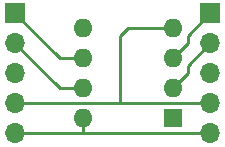
<source format=gbr>
%TF.GenerationSoftware,KiCad,Pcbnew,7.0.8*%
%TF.CreationDate,2025-03-02T18:31:22+01:00*%
%TF.ProjectId,a2keyboardToPCT-XT2AT,61326b65-7962-46f6-9172-64546f504354,rev?*%
%TF.SameCoordinates,Original*%
%TF.FileFunction,Copper,L2,Bot*%
%TF.FilePolarity,Positive*%
%FSLAX46Y46*%
G04 Gerber Fmt 4.6, Leading zero omitted, Abs format (unit mm)*
G04 Created by KiCad (PCBNEW 7.0.8) date 2025-03-02 18:31:22*
%MOMM*%
%LPD*%
G01*
G04 APERTURE LIST*
%TA.AperFunction,ComponentPad*%
%ADD10O,1.700000X1.700000*%
%TD*%
%TA.AperFunction,ComponentPad*%
%ADD11R,1.700000X1.700000*%
%TD*%
%TA.AperFunction,ComponentPad*%
%ADD12R,1.600000X1.600000*%
%TD*%
%TA.AperFunction,ComponentPad*%
%ADD13O,1.600000X1.600000*%
%TD*%
%TA.AperFunction,Conductor*%
%ADD14C,0.250000*%
%TD*%
G04 APERTURE END LIST*
D10*
%TO.P,J2,5,Pin_5*%
%TO.N,VCC*%
X69215000Y-57150000D03*
%TO.P,J2,4,Pin_4*%
%TO.N,GND*%
X69215000Y-54610000D03*
%TO.P,J2,3,Pin_3*%
%TO.N,unconnected-(J2-Pin_3-Pad3)*%
X69215000Y-52070000D03*
%TO.P,J2,2,Pin_2*%
%TO.N,Net-(J2-Pin_2)*%
X69215000Y-49530000D03*
D11*
%TO.P,J2,1,Pin_1*%
%TO.N,Net-(J2-Pin_1)*%
X69215000Y-46990000D03*
%TD*%
D12*
%TO.P,U1,1,~{RESET}/PB5*%
%TO.N,unconnected-(U1-~{RESET}{slash}PB5-Pad1)*%
X66030000Y-55870000D03*
D13*
%TO.P,U1,2,XTAL1/PB3*%
%TO.N,Net-(J2-Pin_2)*%
X66030000Y-53330000D03*
%TO.P,U1,3,XTAL2/PB4*%
%TO.N,Net-(J2-Pin_1)*%
X66030000Y-50790000D03*
%TO.P,U1,4,GND*%
%TO.N,GND*%
X66030000Y-48250000D03*
%TO.P,U1,5,AREF/PB0*%
%TO.N,unconnected-(U1-AREF{slash}PB0-Pad5)*%
X58410000Y-48250000D03*
%TO.P,U1,6,PB1*%
%TO.N,Net-(J1-Pin_1)*%
X58410000Y-50790000D03*
%TO.P,U1,7,PB2*%
%TO.N,Net-(J1-Pin_2)*%
X58410000Y-53330000D03*
%TO.P,U1,8,VCC*%
%TO.N,VCC*%
X58410000Y-55870000D03*
%TD*%
D10*
%TO.P,J1,5,Pin_5*%
%TO.N,VCC*%
X52730000Y-57150000D03*
%TO.P,J1,4,Pin_4*%
%TO.N,GND*%
X52730000Y-54610000D03*
%TO.P,J1,3,Pin_3*%
%TO.N,unconnected-(J1-Pin_3-Pad3)*%
X52730000Y-52070000D03*
%TO.P,J1,2,Pin_2*%
%TO.N,Net-(J1-Pin_2)*%
X52730000Y-49530000D03*
D11*
%TO.P,J1,1,Pin_1*%
%TO.N,Net-(J1-Pin_1)*%
X52730000Y-46990000D03*
%TD*%
D14*
%TO.N,Net-(J1-Pin_2)*%
X58410000Y-53330000D02*
X56505000Y-53330000D01*
X56505000Y-53330000D02*
X52730000Y-49555000D01*
X52730000Y-49555000D02*
X52730000Y-49530000D01*
%TO.N,Net-(J1-Pin_1)*%
X52730000Y-46990000D02*
X52730000Y-47015000D01*
X52730000Y-47015000D02*
X56505000Y-50790000D01*
X56505000Y-50790000D02*
X58410000Y-50790000D01*
%TO.N,VCC*%
X58410000Y-55870000D02*
X58410000Y-57140000D01*
X58410000Y-57140000D02*
X58420000Y-57150000D01*
X57775000Y-55870000D02*
X58410000Y-55870000D01*
X57775000Y-57140000D02*
X57785000Y-57150000D01*
X57785000Y-57150000D02*
X69215000Y-57150000D01*
%TO.N,GND*%
X69215000Y-54610000D02*
X59035000Y-54610000D01*
%TO.N,Net-(J2-Pin_1)*%
X66030000Y-50790000D02*
X67310000Y-49510000D01*
X67310000Y-49510000D02*
X67310000Y-48895000D01*
X67310000Y-48895000D02*
X69215000Y-46990000D01*
%TO.N,Net-(J2-Pin_2)*%
X66030000Y-53330000D02*
X67310000Y-52050000D01*
X67310000Y-52050000D02*
X67310000Y-51435000D01*
X67310000Y-51435000D02*
X69215000Y-49530000D01*
%TO.N,Net-(J2-Pin_1)*%
X65395000Y-50790000D02*
X66030000Y-50790000D01*
%TO.N,VCC*%
X53340000Y-57150000D02*
X57765000Y-57150000D01*
X57765000Y-57150000D02*
X57775000Y-57140000D01*
%TO.N,GND*%
X65395000Y-48250000D02*
X62240000Y-48250000D01*
X62240000Y-48250000D02*
X61595000Y-48895000D01*
X61595000Y-48895000D02*
X61595000Y-54610000D01*
X61595000Y-54610000D02*
X59035000Y-54610000D01*
X59035000Y-54610000D02*
X53340000Y-54610000D01*
%TD*%
M02*

</source>
